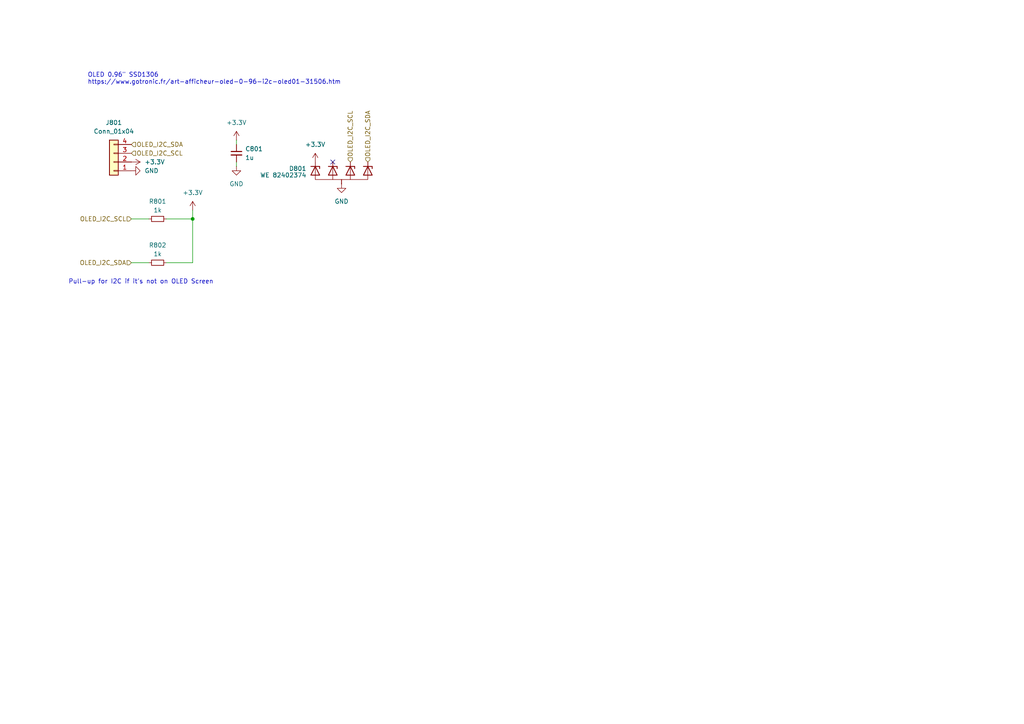
<source format=kicad_sch>
(kicad_sch (version 20231120) (generator "eeschema") (generator_version "8.0")
  (paper "A4")
  (lib_symbols
    (symbol "Connector_Generic:Conn_01x04" (pin_names (offset 1.016) hide)
      (property "Reference" "J" (at 0 5.08 0))
      (property "Value" "Conn_01x04" (at 0 -7.62 0))
      (symbol "Conn_01x04_1_1"
        (rectangle (start -1.27 -4.953) (end 0 -5.207) (stroke (width 0.1524)))
        (rectangle (start -1.27 -2.413) (end 0 -2.667) (stroke (width 0.1524)))
        (rectangle (start -1.27 0.127) (end 0 -0.127) (stroke (width 0.1524)))
        (rectangle (start -1.27 2.667) (end 0 2.413) (stroke (width 0.1524)))
        (rectangle (start -1.27 3.81) (end 1.27 -6.35) (stroke (width 0.254)) (fill (type background)))
        (pin passive line (at -5.08 2.54 0) (length 3.81) (name "Pin_1") (number "1"))
        (pin passive line (at -5.08 0 0) (length 3.81) (name "Pin_2") (number "2"))
        (pin passive line (at -5.08 -2.54 0) (length 3.81) (name "Pin_3") (number "3"))
        (pin passive line (at -5.08 -5.08 0) (length 3.81) (name "Pin_4") (number "4"))
      )
    )
    (symbol "Device:C_Small" (pin_numbers hide) (pin_names (offset 0.254) hide)
      (property "Reference" "C" (at 0.254 1.778 0))
      (property "Value" "C_Small" (at 0.254 -2.032 0))
      (symbol "C_Small_0_1"
        (polyline (pts (xy -1.524 -0.508) (xy 1.524 -0.508)) (stroke (width 0.3302)))
        (polyline (pts (xy -1.524 0.508) (xy 1.524 0.508)) (stroke (width 0.3048)))
      )
      (symbol "C_Small_1_1"
        (pin passive line (at 0 2.54 270) (length 2.032) (name "~") (number "1"))
        (pin passive line (at 0 -2.54 90) (length 2.032) (name "~") (number "2"))
      )
    )
    (symbol "Device:R_Small" (pin_numbers hide) (pin_names (offset 0.254) hide)
      (property "Reference" "R" (at 0.762 0.508 0))
      (property "Value" "R_Small" (at 0.762 -1.016 0))
      (symbol "R_Small_0_1"
        (rectangle (start -0.762 1.778) (end 0.762 -1.778) (stroke (width 0.2032)))
      )
      (symbol "R_Small_1_1"
        (pin passive line (at 0 2.54 270) (length 0.762) (name "~") (number "1"))
        (pin passive line (at 0 -2.54 90) (length 0.762) (name "~") (number "2"))
      )
    )
    (symbol "mylibs:D_TVS_Uni_x4"
      (property "Reference" "D" (at 0 8.128 0))
      (symbol "D_TVS_Uni_x4_0_1"
        (polyline (pts (xy -7.62 -1.27) (xy -7.62 -3.81)))
        (polyline (pts (xy -2.54 -1.27) (xy -2.54 -3.81)))
        (polyline (pts (xy -2.54 1.27) (xy 2.54 1.27)))
        (polyline (pts (xy 2.54 -1.27) (xy 2.54 -3.81)))
        (polyline (pts (xy 7.62 -1.27) (xy 7.62 -3.81)))
        (polyline (pts (xy -2.54 -1.27) (xy -2.54 1.27) (xy -7.62 1.27) (xy -7.62 -1.27)))
        (polyline (pts (xy 7.62 -1.27) (xy 7.62 1.27) (xy 2.54 1.27) (xy 2.54 -1.27)))
      )
      (symbol "D_TVS_Uni_x4_1_1"
        (polyline (pts (xy -8.89 -1.905) (xy -8.89 -2.54) (xy -6.35 -2.54)) (stroke (width 0.254)))
        (polyline (pts (xy -3.81 -1.905) (xy -3.81 -2.54) (xy -1.27 -2.54)) (stroke (width 0.254)))
        (polyline (pts (xy 1.27 -1.905) (xy 1.27 -2.54) (xy 3.81 -2.54)) (stroke (width 0.254)))
        (polyline (pts (xy 6.35 -1.905) (xy 6.35 -2.54) (xy 8.89 -2.54)) (stroke (width 0.254)))
        (polyline (pts (xy -7.62 -2.54) (xy -8.89 0) (xy -6.35 0) (xy -7.62 -2.54)) (stroke (width 0.254)))
        (polyline (pts (xy -2.54 -2.54) (xy -3.81 0) (xy -1.27 0) (xy -2.54 -2.54)) (stroke (width 0.254)))
        (polyline (pts (xy 2.54 -2.54) (xy 1.27 0) (xy 3.81 0) (xy 2.54 -2.54)) (stroke (width 0.254)))
        (polyline (pts (xy 7.62 -2.54) (xy 6.35 0) (xy 8.89 0) (xy 7.62 -2.54)) (stroke (width 0.254)))
        (pin passive line (at -7.62 -3.81 90) (length 1.27) (name "I/O") (number "1"))
        (pin passive line (at 0 2.54 270) (length 1.27) (name "GND") (number "2"))
        (pin passive line (at -2.54 -3.81 90) (length 1.27) (name "I/O") (number "3"))
        (pin passive line (at 2.54 -3.81 90) (length 1.27) (name "I/O") (number "4"))
        (pin passive line (at 7.62 -3.81 90) (length 1.27) (name "I/O") (number "5"))
      )
    )
    (symbol "power:+3.3V" (power) (pin_numbers hide) (pin_names (offset 0) hide)
      (property "Value" "+3.3V" (at 0 3.556 0))
      (symbol "+3.3V_0_1"
        (polyline (pts (xy -0.762 1.27) (xy 0 2.54)))
        (polyline (pts (xy 0 0) (xy 0 2.54)))
        (polyline (pts (xy 0 2.54) (xy 0.762 1.27)))
      )
      (symbol "+3.3V_1_1"
        (pin power_in line (at 0 0 90) (length 0) (name "~") (number "1"))
      )
    )
    (symbol "power:GND" (power) (pin_numbers hide) (pin_names (offset 0) hide)
      (property "Value" "GND" (at 0 -3.81 0))
      (symbol "GND_0_1"
        (polyline (pts (xy 0 0) (xy 0 -1.27) (xy 1.27 -1.27) (xy 0 -2.54) (xy -1.27 -1.27) (xy 0 -1.27)))
      )
      (symbol "GND_1_1"
        (pin power_in line (at 0 0 270) (length 0) (name "~") (number "1"))
      )
    )
  )
  (junction (at 55.88 63.5))
  (no_connect (at 96.52 46.99))
  (wire (pts (xy 48.26 76.2) (xy 55.88 76.2)))
  (wire (pts (xy 68.58 46.99) (xy 68.58 48.26)))
  (wire (pts (xy 38.1 63.5) (xy 43.18 63.5)))
  (wire (pts (xy 38.1 76.2) (xy 43.18 76.2)))
  (wire (pts (xy 55.88 60.96) (xy 55.88 63.5)))
  (wire (pts (xy 55.88 76.2) (xy 55.88 63.5)))
  (wire (pts (xy 55.88 63.5) (xy 48.26 63.5)))
  (wire (pts (xy 68.58 40.64) (xy 68.58 41.91)))
  (text "OLED 0.96\" SSD1306\nhttps://www.gotronic.fr/art-afficheur-oled-0-96-i2c-oled01-31506.htm" (at 25.4 22.86 0) (effects (font (size 1.27 1.27)) (justify left)))
  (text "Pull-up for I2C if it's not on OLED Screen" (at 40.894 81.788 0) (effects (font (size 1.27 1.27))))
  (hierarchical_label "OLED_I2C_SCL" (shape input) (at 38.1 63.5 180))
  (hierarchical_label "OLED_I2C_SDA" (shape input) (at 38.1 76.2 180))
  (hierarchical_label "OLED_I2C_SDA" (shape input) (at 38.1 41.91 0))
  (hierarchical_label "OLED_I2C_SCL" (shape input) (at 101.6 46.99 90))
  (hierarchical_label "OLED_I2C_SDA" (shape input) (at 106.68 46.99 90))
  (hierarchical_label "OLED_I2C_SCL" (shape input) (at 38.1 44.45 0))
  (symbol (lib_id "Device:R_Small") (at 45.72 63.5 90) (unit 1)
    (property "Reference" "R801" (at 45.72 58.42 90))
    (property "Value" "1k" (at 45.72 60.96 90))
    (property "Footprint" "Resistor_SMD:R_0402_1005Metric" (effects (hide yes)))
    (property "Description" "Resistor, small symbol" (effects (hide yes)))
  )
  (symbol (lib_id "power:+3.3V") (at 38.1 46.99 270) (unit 1)
    (property "Reference" "#PWR0801" (effects (hide yes)))
    (property "Value" "+3.3V" (at 41.91 46.9899 90) (effects (justify left)))
    (property "Description" "Power symbol creates a global label with name \"+3.3V\"" (effects (hide yes)))
  )
  (symbol (lib_id "Device:R_Small") (at 45.72 76.2 90) (unit 1)
    (property "Reference" "R802" (at 45.72 71.12 90))
    (property "Value" "1k" (at 45.72 73.66 90))
    (property "Footprint" "Resistor_SMD:R_0402_1005Metric" (effects (hide yes)))
    (property "Description" "Resistor, small symbol" (effects (hide yes)))
  )
  (symbol (lib_id "power:GND") (at 68.58 48.26 0) (unit 1)
    (property "Reference" "#PWR0805" (effects (hide yes)))
    (property "Value" "GND" (at 68.58 53.34 0))
    (property "Description" "Power symbol creates a global label with name \"GND\" , ground" (effects (hide yes)))
  )
  (symbol (lib_id "power:+3.3V") (at 68.58 40.64 0) (unit 1)
    (property "Reference" "#PWR0804" (effects (hide yes)))
    (property "Value" "+3.3V" (at 68.58 35.56 0))
    (property "Description" "Power symbol creates a global label with name \"+3.3V\"" (effects (hide yes)))
  )
  (symbol (lib_id "Device:C_Small") (at 68.58 44.45 0) (unit 1)
    (property "Reference" "C801" (at 71.12 43.1862 0) (effects (justify left)))
    (property "Value" "1u" (at 71.12 45.7262 0) (effects (justify left)))
    (property "Footprint" "Capacitor_SMD:C_0402_1005Metric" (effects (hide yes)))
    (property "Description" "Unpolarized capacitor, small symbol" (effects (hide yes)))
    (property "MPN" "WE 885012105012" (effects (hide yes)))
  )
  (symbol (lib_id "power:GND") (at 38.1 49.53 90) (unit 1)
    (property "Reference" "#PWR0802" (effects (hide yes)))
    (property "Value" "GND" (at 41.91 49.5299 90) (effects (justify right)))
    (property "Description" "Power symbol creates a global label with name \"GND\" , ground" (effects (hide yes)))
  )
  (symbol (lib_id "power:+3.3V") (at 91.44 46.99 0) (unit 1)
    (property "Reference" "#PWR0807" (effects (hide yes)))
    (property "Value" "+3.3V" (at 91.44 41.91 0))
    (property "Description" "Power symbol creates a global label with name \"+3.3V\"" (effects (hide yes)))
  )
  (symbol (lib_id "mylibs:D_TVS_Uni_x4") (at 99.06 50.8 180) (unit 1)
    (property "Reference" "D801" (at 88.9 48.8949 0) (effects (justify left)))
    (property "Value" "WE 82402374" (at 88.9 50.8 0) (effects (justify left)))
    (property "Footprint" "libs:SC70-5L" (effects (hide yes)))
    (property "Datasheet" "https://www.we-online.com/components/products/datasheet/82402374.pdf" (effects (hide yes)))
    (property "Description" "TVS 5V x4" (effects (hide yes)))
    (property "MPN" "WE 82402374" (effects (hide yes)))
  )
  (symbol (lib_id "power:+3.3V") (at 55.88 60.96 0) (unit 1)
    (property "Reference" "#PWR0803" (effects (hide yes)))
    (property "Value" "+3.3V" (at 55.88 55.88 0))
    (property "Description" "Power symbol creates a global label with name \"+3.3V\"" (effects (hide yes)))
  )
  (symbol (lib_id "power:GND") (at 99.06 53.34 0) (unit 1)
    (property "Reference" "#PWR0806" (effects (hide yes)))
    (property "Value" "GND" (at 99.06 58.42 0))
    (property "Description" "Power symbol creates a global label with name \"GND\" , ground" (effects (hide yes)))
  )
  (symbol (lib_id "Connector_Generic:Conn_01x04") (at 33.02 46.99 180) (unit 1)
    (property "Reference" "J801" (at 33.02 35.56 0))
    (property "Value" "Conn_01x04" (at 33.02 38.1 0))
    (property "Footprint" "libs:SBC-OLED01" (effects (hide yes)))
    (property "Description" "Generic connector, single row, 01x04, script generated (kicad-library-utils/schlib/autogen/connector/)" (effects (hide yes)))
    (property "MPN" "Joy-it SBC-OLED01" (effects (hide yes)))
  )
)
</source>
